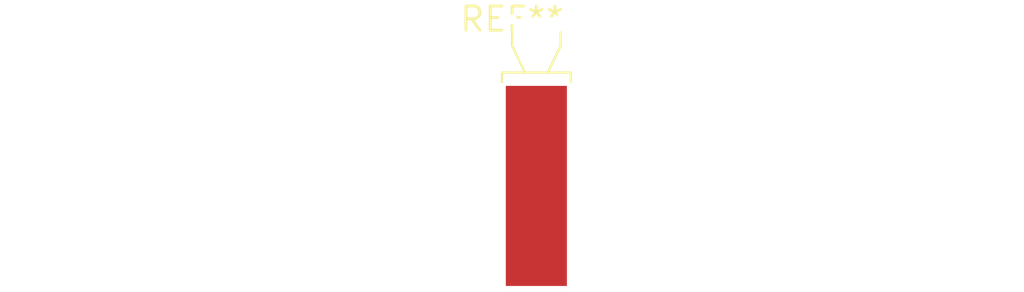
<source format=kicad_pcb>
(kicad_pcb (version 20240108) (generator pcbnew)
  (layers (0 "F.Cu" signal) (31 "B.Cu" signal) (34 "B.Paste" user) (35 "F.Paste" user) (36 "B.SilkS" user "B.Silkscreen") (37 "F.SilkS" user "F.Silkscreen") (38 "B.Mask" user) (39 "F.Mask" user) (44 "Edge.Cuts" user))
  (net 0 "")
  (footprint "Crystal_AT310_D3.0mm_L10.0mm_Horizontal_1EP_style1" (layer "F.Cu") (at 0 0)
    (property "Reference" "REF**")
    (property "Value" "Crystal_AT310_D3.0mm_L10.0mm_Horizontal_1EP_style1")
    (fp_line (start -0.53 2.8) (end 3.07 2.8) (layer "F.SilkS") (stroke (width 0.12)))
    (fp_line (start -0.53 3.3) (end -0.53 2.8) (layer "F.SilkS") (stroke (width 0.12)))
    (fp_line (start 0 1.4) (end 0 0.7) (layer "F.SilkS") (stroke (width 0.12)))
    (fp_line (start 0.67 2.8) (end 0 1.4) (layer "F.SilkS") (stroke (width 0.12)))
    (fp_line (start 1.87 2.8) (end 2.54 1.4) (layer "F.SilkS") (stroke (width 0.12)))
    (fp_line (start 2.54 1.4) (end 2.54 0.7) (layer "F.SilkS") (stroke (width 0.12)))
    (fp_line (start 3.07 2.8) (end 3.07 3.3) (layer "F.SilkS") (stroke (width 0.12)))
    (pad "1" thru_hole circle (at 0 0) (size 1 1) (drill 0.5) (layers *.Cu *.Mask) (remove_unused_layers))
    (pad "2" thru_hole circle (at 2.54 0) (size 1 1) (drill 0.5) (layers *.Cu *.Mask) (remove_unused_layers))
    (pad "3" smd rect (at 1.27 8.75) (size 3.2 10.5) (layers "F.Cu" "F.Paste" "F.Mask"))
  )
)
</source>
